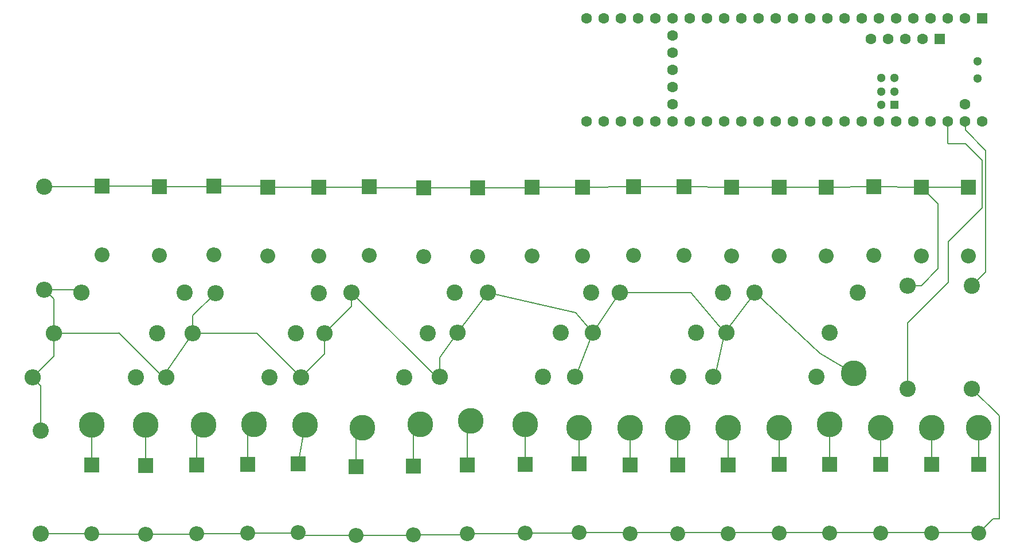
<source format=gbr>
%TF.GenerationSoftware,KiCad,Pcbnew,8.0.1*%
%TF.CreationDate,2024-04-01T15:58:40-04:00*%
%TF.ProjectId,emandoharp,656d616e-646f-4686-9172-702e6b696361,rev?*%
%TF.SameCoordinates,Original*%
%TF.FileFunction,Copper,L1,Top*%
%TF.FilePolarity,Positive*%
%FSLAX46Y46*%
G04 Gerber Fmt 4.6, Leading zero omitted, Abs format (unit mm)*
G04 Created by KiCad (PCBNEW 8.0.1) date 2024-04-01 15:58:40*
%MOMM*%
%LPD*%
G01*
G04 APERTURE LIST*
%TA.AperFunction,Conductor*%
%ADD10C,0.200000*%
%TD*%
%TA.AperFunction,ComponentPad*%
%ADD11C,2.400000*%
%TD*%
%TA.AperFunction,ComponentPad*%
%ADD12O,2.400000X2.400000*%
%TD*%
%TA.AperFunction,ComponentPad*%
%ADD13R,1.600000X1.600000*%
%TD*%
%TA.AperFunction,ComponentPad*%
%ADD14C,1.600000*%
%TD*%
%TA.AperFunction,ComponentPad*%
%ADD15R,1.300000X1.300000*%
%TD*%
%TA.AperFunction,ComponentPad*%
%ADD16C,1.300000*%
%TD*%
%TA.AperFunction,ComponentPad*%
%ADD17C,3.800000*%
%TD*%
%TA.AperFunction,ComponentPad*%
%ADD18R,2.200000X2.200000*%
%TD*%
%TA.AperFunction,ComponentPad*%
%ADD19O,2.200000X2.200000*%
%TD*%
G04 APERTURE END LIST*
D10*
%TO.N,Net-(PC1-Pad1)*%
X71500000Y-129500000D02*
X76000000Y-123000000D01*
X71500000Y-129500000D02*
X65000000Y-123000000D01*
X168500000Y-126000000D02*
X173500000Y-129000000D01*
X159000000Y-117000000D02*
X168500000Y-126000000D01*
X154500000Y-123000000D02*
X153000000Y-129500000D01*
X149500000Y-117000000D02*
X139000000Y-117000000D01*
X154500000Y-123000000D02*
X149500000Y-117000000D01*
X159000000Y-117000000D02*
X154500000Y-123000000D01*
X139000000Y-117000000D02*
X135000000Y-123000000D01*
X132500000Y-129500000D02*
X135000000Y-123000000D01*
X135000000Y-123000000D02*
X132500000Y-129500000D01*
X132500000Y-120000000D02*
X135000000Y-123000000D01*
X119500000Y-117000000D02*
X132500000Y-120000000D01*
X115000000Y-123000000D02*
X119500000Y-117000000D01*
X112500000Y-126500000D02*
X115000000Y-123000000D01*
%TO.N,Net-(D10-A)*%
X185000000Y-152500000D02*
X192000000Y-152500000D01*
X177000000Y-152500000D02*
X185000000Y-152500000D01*
X169500000Y-152500000D02*
X177000000Y-152500000D01*
X162500000Y-152500000D02*
X169500000Y-152500000D01*
X154500000Y-152500000D02*
X162500000Y-152500000D01*
X148000000Y-152500000D02*
X154500000Y-152500000D01*
X140000000Y-152500000D02*
X148000000Y-152500000D01*
%TO.N,Net-(D35-A)*%
X192000000Y-142420000D02*
X192000000Y-137000000D01*
%TO.N,Net-(D33-A)*%
X185000000Y-142420000D02*
X185000000Y-137000000D01*
%TO.N,Net-(D31-A)*%
X177500000Y-142420000D02*
X177500000Y-137000000D01*
%TO.N,Net-(D29-A)*%
X170000000Y-142420000D02*
X170000000Y-136500000D01*
%TO.N,Net-(D27-A)*%
X162500000Y-142420000D02*
X162500000Y-137000000D01*
%TO.N,Net-(D25-A)*%
X155000000Y-142500000D02*
X155000000Y-137000000D01*
%TO.N,Net-(D23-A)*%
X147500000Y-142500000D02*
X147500000Y-137000000D01*
%TO.N,Net-(D21-A)*%
X140500000Y-142500000D02*
X140500000Y-137000000D01*
%TO.N,Net-(D1-K)*%
X183500000Y-101420000D02*
X190500000Y-101420000D01*
X176500000Y-101340000D02*
X183500000Y-101420000D01*
X169500000Y-101420000D02*
X176500000Y-101340000D01*
X162500000Y-101420000D02*
X169500000Y-101420000D01*
X155500000Y-101420000D02*
X162500000Y-101420000D01*
X148500000Y-101340000D02*
X155500000Y-101420000D01*
X141000000Y-101340000D02*
X148500000Y-101340000D01*
X133500000Y-101420000D02*
X141000000Y-101340000D01*
%TO.N,Net-(D10-K)*%
X91500000Y-142340000D02*
X92500000Y-136580000D01*
%TD*%
D11*
%TO.P,R9,1*%
%TO.N,Net-(D10-K)*%
X91120000Y-123080000D03*
D12*
%TO.P,R9,2*%
%TO.N,Net-(PC1-Pad1)*%
X75880000Y-123080000D03*
%TD*%
D13*
%TO.P,U1,1,GND*%
%TO.N,unconnected-(U1-GND-Pad1)*%
X192520000Y-76500000D03*
D14*
%TO.P,U1,2,0_RX1_CRX2_CS1*%
%TO.N,unconnected-(U1-0_RX1_CRX2_CS1-Pad2)*%
X189980000Y-76500000D03*
%TO.P,U1,3,1_TX1_CTX2_MISO1*%
%TO.N,unconnected-(U1-1_TX1_CTX2_MISO1-Pad3)*%
X187440000Y-76500000D03*
%TO.P,U1,4,2_OUT2*%
%TO.N,unconnected-(U1-2_OUT2-Pad4)*%
X184900000Y-76500000D03*
%TO.P,U1,5,3_LRCLK2*%
%TO.N,unconnected-(U1-3_LRCLK2-Pad5)*%
X182360000Y-76500000D03*
%TO.P,U1,6,4_BCLK2*%
%TO.N,unconnected-(U1-4_BCLK2-Pad6)*%
X179820000Y-76500000D03*
%TO.P,U1,7,5_IN2*%
%TO.N,unconnected-(U1-5_IN2-Pad7)*%
X177280000Y-76500000D03*
%TO.P,U1,8,6_OUT1D*%
%TO.N,unconnected-(U1-6_OUT1D-Pad8)*%
X174740000Y-76500000D03*
%TO.P,U1,9,7_RX2_OUT1A*%
%TO.N,unconnected-(U1-7_RX2_OUT1A-Pad9)*%
X172200000Y-76500000D03*
%TO.P,U1,10,8_TX2_IN1*%
%TO.N,unconnected-(U1-8_TX2_IN1-Pad10)*%
X169660000Y-76500000D03*
%TO.P,U1,11,9_OUT1C*%
%TO.N,unconnected-(U1-9_OUT1C-Pad11)*%
X167120000Y-76500000D03*
%TO.P,U1,12,10_CS_MQSR*%
%TO.N,unconnected-(U1-10_CS_MQSR-Pad12)*%
X164580000Y-76500000D03*
%TO.P,U1,13,11_MOSI_CTX1*%
%TO.N,unconnected-(U1-11_MOSI_CTX1-Pad13)*%
X162040000Y-76500000D03*
%TO.P,U1,14,12_MISO_MQSL*%
%TO.N,unconnected-(U1-12_MISO_MQSL-Pad14)*%
X159500000Y-76500000D03*
%TO.P,U1,15,3V3*%
%TO.N,unconnected-(U1-3V3-Pad15)*%
X156960000Y-76500000D03*
%TO.P,U1,16,24_A10_TX6_SCL2*%
%TO.N,Net-(D1-A)*%
X154420000Y-76500000D03*
%TO.P,U1,17,25_A11_RX6_SDA2*%
%TO.N,Net-(D3-A)*%
X151880000Y-76500000D03*
%TO.P,U1,18,26_A12_MOSI1*%
%TO.N,Net-(D5-A)*%
X149340000Y-76500000D03*
%TO.P,U1,19,27_A13_SCK1*%
%TO.N,Net-(D7-A)*%
X146800000Y-76500000D03*
%TO.P,U1,20,28_RX7*%
%TO.N,unconnected-(U1-28_RX7-Pad20)*%
X144260000Y-76500000D03*
%TO.P,U1,21,29_TX7*%
%TO.N,unconnected-(U1-29_TX7-Pad21)*%
X141720000Y-76500000D03*
%TO.P,U1,22,30_CRX3*%
%TO.N,unconnected-(U1-30_CRX3-Pad22)*%
X139180000Y-76500000D03*
%TO.P,U1,23,31_CTX3*%
%TO.N,unconnected-(U1-31_CTX3-Pad23)*%
X136640000Y-76500000D03*
%TO.P,U1,24,32_OUT1B*%
%TO.N,unconnected-(U1-32_OUT1B-Pad24)*%
X134100000Y-76500000D03*
%TO.P,U1,25,33_MCLK2*%
%TO.N,unconnected-(U1-33_MCLK2-Pad25)*%
X134100000Y-91740000D03*
%TO.P,U1,26,34_RX8*%
%TO.N,unconnected-(U1-34_RX8-Pad26)*%
X136640000Y-91740000D03*
%TO.P,U1,27,35_TX8*%
%TO.N,unconnected-(U1-35_TX8-Pad27)*%
X139180000Y-91740000D03*
%TO.P,U1,28,36_CS*%
%TO.N,unconnected-(U1-36_CS-Pad28)*%
X141720000Y-91740000D03*
%TO.P,U1,29,37_CS*%
%TO.N,unconnected-(U1-37_CS-Pad29)*%
X144260000Y-91740000D03*
%TO.P,U1,30,38_CS1_IN1*%
%TO.N,Net-(D10-K)*%
X146800000Y-91740000D03*
%TO.P,U1,31,39_MISO1_OUT1A*%
%TO.N,Net-(D11-A)*%
X149340000Y-91740000D03*
%TO.P,U1,32,40_A16*%
%TO.N,Net-(D13-A)*%
X151880000Y-91740000D03*
%TO.P,U1,33,41_A17*%
%TO.N,Net-(D15-A)*%
X154420000Y-91740000D03*
%TO.P,U1,34,GND*%
%TO.N,unconnected-(U1-GND-Pad34)*%
X156960000Y-91740000D03*
%TO.P,U1,35,13_SCK_LED*%
%TO.N,unconnected-(U1-13_SCK_LED-Pad35)*%
X159500000Y-91740000D03*
%TO.P,U1,36,14_A0_TX3_SPDIF_OUT*%
%TO.N,Net-(D17-A)*%
X162040000Y-91740000D03*
%TO.P,U1,37,15_A1_RX3_SPDIF_IN*%
%TO.N,Net-(D19-A)*%
X164580000Y-91740000D03*
%TO.P,U1,38,16_A2_RX4_SCL1*%
%TO.N,Net-(D21-A)*%
X167120000Y-91740000D03*
%TO.P,U1,39,17_A3_TX4_SDA1*%
%TO.N,Net-(D23-A)*%
X169660000Y-91740000D03*
%TO.P,U1,40,18_A4_SDA*%
%TO.N,Net-(D25-A)*%
X172200000Y-91740000D03*
%TO.P,U1,41,19_A5_SCL*%
%TO.N,Net-(D27-A)*%
X174740000Y-91740000D03*
%TO.P,U1,42,20_A6_TX5_LRCLK1*%
%TO.N,Net-(D29-A)*%
X177280000Y-91740000D03*
%TO.P,U1,43,21_A7_RX5_BCLK1*%
%TO.N,Net-(D31-A)*%
X179820000Y-91740000D03*
%TO.P,U1,44,22_A8_CTX1*%
%TO.N,Net-(D33-A)*%
X182360000Y-91740000D03*
%TO.P,U1,45,23_A9_CRX1_MCLK1*%
%TO.N,Net-(D35-A)*%
X184900000Y-91740000D03*
%TO.P,U1,46,3V3*%
%TO.N,Net-(R2-Pad1)*%
X187440000Y-91740000D03*
%TO.P,U1,47,GND*%
%TO.N,Net-(R1-Pad1)*%
X189980000Y-91740000D03*
%TO.P,U1,48,VIN*%
%TO.N,unconnected-(U1-VIN-Pad48)*%
X192520000Y-91740000D03*
%TO.P,U1,49,VUSB*%
%TO.N,unconnected-(U1-VUSB-Pad49)*%
X189980000Y-89200000D03*
%TO.P,U1,50,VBAT*%
%TO.N,unconnected-(U1-VBAT-Pad50)*%
X146800000Y-79040000D03*
%TO.P,U1,51,3V3*%
%TO.N,unconnected-(U1-3V3-Pad51)*%
X146800000Y-81580000D03*
%TO.P,U1,52,GND*%
%TO.N,unconnected-(U1-GND-Pad52)*%
X146800000Y-84120000D03*
%TO.P,U1,53,PROGRAM*%
%TO.N,unconnected-(U1-PROGRAM-Pad53)*%
X146800000Y-86660000D03*
%TO.P,U1,54,ON_OFF*%
%TO.N,unconnected-(U1-ON_OFF-Pad54)*%
X146800000Y-89200000D03*
D13*
%TO.P,U1,55,5V*%
%TO.N,unconnected-(U1-5V-Pad55)*%
X186220800Y-79550800D03*
D14*
%TO.P,U1,56,D-*%
%TO.N,unconnected-(U1-D--Pad56)*%
X183680800Y-79550800D03*
%TO.P,U1,57,D+*%
%TO.N,unconnected-(U1-D+-Pad57)*%
X181140800Y-79550800D03*
%TO.P,U1,58,GND*%
%TO.N,unconnected-(U1-GND-Pad58)*%
X178600800Y-79550800D03*
%TO.P,U1,59,GND*%
%TO.N,unconnected-(U1-GND-Pad59)*%
X176060800Y-79550800D03*
D15*
%TO.P,U1,60,R+*%
%TO.N,unconnected-(U1-R+-Pad60)*%
X179550000Y-89301600D03*
D16*
%TO.P,U1,61,LED*%
%TO.N,unconnected-(U1-LED-Pad61)*%
X179550000Y-87301600D03*
%TO.P,U1,62,T-*%
%TO.N,unconnected-(U1-T--Pad62)*%
X179550000Y-85301600D03*
%TO.P,U1,63,T+*%
%TO.N,unconnected-(U1-T+-Pad63)*%
X177550000Y-85301600D03*
%TO.P,U1,64,GND*%
%TO.N,unconnected-(U1-GND-Pad64)*%
X177550000Y-87301600D03*
%TO.P,U1,65,R-*%
%TO.N,unconnected-(U1-R--Pad65)*%
X177550000Y-89301600D03*
%TO.P,U1,66,D-*%
%TO.N,unconnected-(U1-D--Pad66)*%
X191790000Y-85390000D03*
%TO.P,U1,67,D+*%
%TO.N,unconnected-(U1-D+-Pad67)*%
X191790000Y-82850000D03*
%TD*%
D11*
%TO.P,R22,1*%
%TO.N,Net-(D35-A)*%
X174120000Y-117000000D03*
D12*
%TO.P,R22,2*%
%TO.N,Net-(PC1-Pad1)*%
X158880000Y-117000000D03*
%TD*%
D11*
%TO.P,R21,1*%
%TO.N,Net-(D33-A)*%
X170000000Y-123000000D03*
D12*
%TO.P,R21,2*%
%TO.N,Net-(PC1-Pad1)*%
X154760000Y-123000000D03*
%TD*%
D11*
%TO.P,R20,1*%
%TO.N,Net-(D31-A)*%
X168000000Y-129500000D03*
D12*
%TO.P,R20,2*%
%TO.N,Net-(PC1-Pad1)*%
X152760000Y-129500000D03*
%TD*%
D11*
%TO.P,R19,1*%
%TO.N,Net-(D29-A)*%
X154240000Y-117000000D03*
D12*
%TO.P,R19,2*%
%TO.N,Net-(PC1-Pad1)*%
X139000000Y-117000000D03*
%TD*%
D11*
%TO.P,R18,1*%
%TO.N,Net-(D27-A)*%
X150240000Y-123000000D03*
D12*
%TO.P,R18,2*%
%TO.N,Net-(PC1-Pad1)*%
X135000000Y-123000000D03*
%TD*%
D11*
%TO.P,R17,1*%
%TO.N,Net-(D25-A)*%
X147620000Y-129500000D03*
D12*
%TO.P,R17,2*%
%TO.N,Net-(PC1-Pad1)*%
X132380000Y-129500000D03*
%TD*%
D11*
%TO.P,R16,1*%
%TO.N,Net-(D23-A)*%
X134740000Y-117000000D03*
D12*
%TO.P,R16,2*%
%TO.N,Net-(PC1-Pad1)*%
X119500000Y-117000000D03*
%TD*%
D11*
%TO.P,R10,1*%
%TO.N,Net-(D21-A)*%
X130240000Y-123000000D03*
D12*
%TO.P,R10,2*%
%TO.N,Net-(PC1-Pad1)*%
X115000000Y-123000000D03*
%TD*%
D17*
%TO.P,P18,1,1*%
%TO.N,Net-(D35-A)*%
X192000000Y-137000000D03*
%TD*%
%TO.P,P17,1,1*%
%TO.N,Net-(D33-A)*%
X185000000Y-137000000D03*
%TD*%
%TO.P,P16,1,1*%
%TO.N,Net-(D31-A)*%
X177500000Y-137000000D03*
%TD*%
%TO.P,P15,1,1*%
%TO.N,Net-(D29-A)*%
X170000000Y-136500000D03*
%TD*%
%TO.P,P14,1,1*%
%TO.N,Net-(D27-A)*%
X162500000Y-137000000D03*
%TD*%
%TO.P,P13,1,1*%
%TO.N,Net-(D25-A)*%
X155000000Y-137000000D03*
%TD*%
%TO.P,P12,1,1*%
%TO.N,Net-(D23-A)*%
X147500000Y-137000000D03*
%TD*%
%TO.P,P11,1,1*%
%TO.N,Net-(D21-A)*%
X140500000Y-137000000D03*
%TD*%
D18*
%TO.P,D36,1,K*%
%TO.N,Net-(D35-A)*%
X192000000Y-142420000D03*
D19*
%TO.P,D36,2,A*%
%TO.N,Net-(D10-A)*%
X192000000Y-152580000D03*
%TD*%
D18*
%TO.P,D35,1,K*%
%TO.N,Net-(D1-K)*%
X190500000Y-101420000D03*
D19*
%TO.P,D35,2,A*%
%TO.N,Net-(D35-A)*%
X190500000Y-111580000D03*
%TD*%
D18*
%TO.P,D34,1,K*%
%TO.N,Net-(D33-A)*%
X185000000Y-142420000D03*
D19*
%TO.P,D34,2,A*%
%TO.N,Net-(D10-A)*%
X185000000Y-152580000D03*
%TD*%
D18*
%TO.P,D33,1,K*%
%TO.N,Net-(D1-K)*%
X183500000Y-101420000D03*
D19*
%TO.P,D33,2,A*%
%TO.N,Net-(D33-A)*%
X183500000Y-111580000D03*
%TD*%
D18*
%TO.P,D32,1,K*%
%TO.N,Net-(D31-A)*%
X177500000Y-142420000D03*
D19*
%TO.P,D32,2,A*%
%TO.N,Net-(D10-A)*%
X177500000Y-152580000D03*
%TD*%
D18*
%TO.P,D31,1,K*%
%TO.N,Net-(D1-K)*%
X176500000Y-101340000D03*
D19*
%TO.P,D31,2,A*%
%TO.N,Net-(D31-A)*%
X176500000Y-111500000D03*
%TD*%
D18*
%TO.P,D30,1,K*%
%TO.N,Net-(D29-A)*%
X170000000Y-142420000D03*
D19*
%TO.P,D30,2,A*%
%TO.N,Net-(D10-A)*%
X170000000Y-152580000D03*
%TD*%
D18*
%TO.P,D29,1,K*%
%TO.N,Net-(D1-K)*%
X169500000Y-101420000D03*
D19*
%TO.P,D29,2,A*%
%TO.N,Net-(D29-A)*%
X169500000Y-111580000D03*
%TD*%
D18*
%TO.P,D28,1,K*%
%TO.N,Net-(D27-A)*%
X162500000Y-142420000D03*
D19*
%TO.P,D28,2,A*%
%TO.N,Net-(D10-A)*%
X162500000Y-152580000D03*
%TD*%
D18*
%TO.P,D27,1,K*%
%TO.N,Net-(D1-K)*%
X162500000Y-101420000D03*
D19*
%TO.P,D27,2,A*%
%TO.N,Net-(D27-A)*%
X162500000Y-111580000D03*
%TD*%
D18*
%TO.P,D26,1,K*%
%TO.N,Net-(D25-A)*%
X155000000Y-142500000D03*
D19*
%TO.P,D26,2,A*%
%TO.N,Net-(D10-A)*%
X155000000Y-152660000D03*
%TD*%
D18*
%TO.P,D25,1,K*%
%TO.N,Net-(D1-K)*%
X155500000Y-101420000D03*
D19*
%TO.P,D25,2,A*%
%TO.N,Net-(D25-A)*%
X155500000Y-111580000D03*
%TD*%
D18*
%TO.P,D24,1,K*%
%TO.N,Net-(D23-A)*%
X147500000Y-142500000D03*
D19*
%TO.P,D24,2,A*%
%TO.N,Net-(D10-A)*%
X147500000Y-152660000D03*
%TD*%
D18*
%TO.P,D23,1,K*%
%TO.N,Net-(D1-K)*%
X148500000Y-101340000D03*
D19*
%TO.P,D23,2,A*%
%TO.N,Net-(D23-A)*%
X148500000Y-111500000D03*
%TD*%
D18*
%TO.P,D22,1,K*%
%TO.N,Net-(D21-A)*%
X140500000Y-142500000D03*
D19*
%TO.P,D22,2,A*%
%TO.N,Net-(D10-A)*%
X140500000Y-152660000D03*
%TD*%
D18*
%TO.P,D21,1,K*%
%TO.N,Net-(D1-K)*%
X141000000Y-101340000D03*
D19*
%TO.P,D21,2,A*%
%TO.N,Net-(D21-A)*%
X141000000Y-111500000D03*
%TD*%
D11*
%TO.P,R13,1*%
%TO.N,Net-(D15-A)*%
X110620000Y-123080000D03*
D12*
%TO.P,R13,2*%
%TO.N,Net-(PC1-Pad1)*%
X95380000Y-123080000D03*
%TD*%
D17*
%TO.P,P3,1,1*%
%TO.N,Net-(D5-A)*%
X77500000Y-136580000D03*
%TD*%
D11*
%TO.P,R2,1*%
%TO.N,Net-(R2-Pad1)*%
X181500000Y-131240000D03*
D12*
%TO.P,R2,2*%
%TO.N,Net-(D1-K)*%
X181500000Y-116000000D03*
%TD*%
D18*
%TO.P,D7,1,K*%
%TO.N,Net-(D1-K)*%
X87000000Y-101420000D03*
D19*
%TO.P,D7,2,A*%
%TO.N,Net-(D7-A)*%
X87000000Y-111580000D03*
%TD*%
D18*
%TO.P,D20,1,K*%
%TO.N,Net-(D19-A)*%
X133000000Y-142360000D03*
D19*
%TO.P,D20,2,A*%
%TO.N,Net-(D10-A)*%
X133000000Y-152520000D03*
%TD*%
D18*
%TO.P,D15,1,K*%
%TO.N,Net-(D1-K)*%
X118000000Y-101500000D03*
D19*
%TO.P,D15,2,A*%
%TO.N,Net-(D15-A)*%
X118000000Y-111660000D03*
%TD*%
D18*
%TO.P,D2,1,K*%
%TO.N,Net-(D1-A)*%
X61000000Y-142500000D03*
D19*
%TO.P,D2,2,A*%
%TO.N,Net-(D10-A)*%
X61000000Y-152660000D03*
%TD*%
D11*
%TO.P,R6,1*%
%TO.N,Net-(D3-A)*%
X70620000Y-123080000D03*
D12*
%TO.P,R6,2*%
%TO.N,Net-(PC1-Pad1)*%
X55380000Y-123080000D03*
%TD*%
D17*
%TO.P,P6,1,1*%
%TO.N,Net-(D11-A)*%
X101000000Y-137000000D03*
%TD*%
D11*
%TO.P,R14,1*%
%TO.N,Net-(D17-A)*%
X114620000Y-117000000D03*
D12*
%TO.P,R14,2*%
%TO.N,Net-(PC1-Pad1)*%
X99380000Y-117000000D03*
%TD*%
D18*
%TO.P,D11,1,K*%
%TO.N,Net-(D1-K)*%
X102000000Y-101340000D03*
D19*
%TO.P,D11,2,A*%
%TO.N,Net-(D11-A)*%
X102000000Y-111500000D03*
%TD*%
D18*
%TO.P,D8,1,K*%
%TO.N,Net-(D7-A)*%
X84000000Y-142420000D03*
D19*
%TO.P,D8,2,A*%
%TO.N,Net-(D10-A)*%
X84000000Y-152580000D03*
%TD*%
D18*
%TO.P,D12,1,K*%
%TO.N,Net-(D11-A)*%
X100000000Y-142760000D03*
D19*
%TO.P,D12,2,A*%
%TO.N,Net-(D10-A)*%
X100000000Y-152920000D03*
%TD*%
D18*
%TO.P,D9,1,K*%
%TO.N,Net-(D1-K)*%
X94500000Y-101420000D03*
D19*
%TO.P,D9,2,A*%
%TO.N,Net-(D10-K)*%
X94500000Y-111580000D03*
%TD*%
D18*
%TO.P,D10,1,K*%
%TO.N,Net-(D10-K)*%
X91500000Y-142340000D03*
D19*
%TO.P,D10,2,A*%
%TO.N,Net-(D10-A)*%
X91500000Y-152500000D03*
%TD*%
D18*
%TO.P,D19,1,K*%
%TO.N,Net-(D1-K)*%
X133500000Y-101420000D03*
D19*
%TO.P,D19,2,A*%
%TO.N,Net-(D19-A)*%
X133500000Y-111580000D03*
%TD*%
D11*
%TO.P,R11,1*%
%TO.N,Net-(D11-A)*%
X94500000Y-117080000D03*
D12*
%TO.P,R11,2*%
%TO.N,Net-(PC1-Pad1)*%
X79260000Y-117080000D03*
%TD*%
D18*
%TO.P,D14,1,K*%
%TO.N,Net-(D13-A)*%
X108500000Y-142680000D03*
D19*
%TO.P,D14,2,A*%
%TO.N,Net-(D10-A)*%
X108500000Y-152840000D03*
%TD*%
D18*
%TO.P,D16,1,K*%
%TO.N,Net-(D15-A)*%
X116500000Y-142500000D03*
D19*
%TO.P,D16,2,A*%
%TO.N,Net-(D10-A)*%
X116500000Y-152660000D03*
%TD*%
D11*
%TO.P,R3,1*%
%TO.N,Net-(D1-K)*%
X54000000Y-101340000D03*
D12*
%TO.P,R3,2*%
%TO.N,Net-(PC1-Pad1)*%
X54000000Y-116580000D03*
%TD*%
D17*
%TO.P,P9,1,1*%
%TO.N,Net-(D17-A)*%
X125000000Y-136500000D03*
%TD*%
D11*
%TO.P,R7,1*%
%TO.N,Net-(D5-A)*%
X74740000Y-117000000D03*
D12*
%TO.P,R7,2*%
%TO.N,Net-(PC1-Pad1)*%
X59500000Y-117000000D03*
%TD*%
D17*
%TO.P,P7,1,1*%
%TO.N,Net-(D13-A)*%
X109500000Y-136500000D03*
%TD*%
D11*
%TO.P,R8,1*%
%TO.N,Net-(D7-A)*%
X87240000Y-129580000D03*
D12*
%TO.P,R8,2*%
%TO.N,Net-(PC1-Pad1)*%
X72000000Y-129580000D03*
%TD*%
D11*
%TO.P,R15,1*%
%TO.N,Net-(D19-A)*%
X127620000Y-129500000D03*
D12*
%TO.P,R15,2*%
%TO.N,Net-(PC1-Pad1)*%
X112380000Y-129500000D03*
%TD*%
D11*
%TO.P,R4,1*%
%TO.N,Net-(PC1-Pad1)*%
X53500000Y-137460000D03*
D12*
%TO.P,R4,2*%
%TO.N,Net-(D10-A)*%
X53500000Y-152700000D03*
%TD*%
D18*
%TO.P,D4,1,K*%
%TO.N,Net-(D3-A)*%
X69000000Y-142580000D03*
D19*
%TO.P,D4,2,A*%
%TO.N,Net-(D10-A)*%
X69000000Y-152740000D03*
%TD*%
D17*
%TO.P,P2,1,1*%
%TO.N,Net-(D3-A)*%
X69000000Y-136580000D03*
%TD*%
%TO.P,P8,1,1*%
%TO.N,Net-(D15-A)*%
X117000000Y-136000000D03*
%TD*%
%TO.P,P5,1,1*%
%TO.N,Net-(D10-K)*%
X92500000Y-136580000D03*
%TD*%
%TO.P,P10,1,1*%
%TO.N,Net-(D19-A)*%
X133000000Y-137000000D03*
%TD*%
D18*
%TO.P,D17,1,K*%
%TO.N,Net-(D1-K)*%
X126000000Y-101420000D03*
D19*
%TO.P,D17,2,A*%
%TO.N,Net-(D17-A)*%
X126000000Y-111580000D03*
%TD*%
D17*
%TO.P,P1,1,1*%
%TO.N,Net-(D1-A)*%
X61000000Y-136580000D03*
%TD*%
D11*
%TO.P,R1,1*%
%TO.N,Net-(R1-Pad1)*%
X191000000Y-116000000D03*
D12*
%TO.P,R1,2*%
%TO.N,Net-(D10-A)*%
X191000000Y-131240000D03*
%TD*%
D18*
%TO.P,D5,1,K*%
%TO.N,Net-(D1-K)*%
X79000000Y-101300000D03*
D19*
%TO.P,D5,2,A*%
%TO.N,Net-(D5-A)*%
X79000000Y-111460000D03*
%TD*%
D11*
%TO.P,R5,1*%
%TO.N,Net-(D1-A)*%
X67500000Y-129580000D03*
D12*
%TO.P,R5,2*%
%TO.N,Net-(PC1-Pad1)*%
X52260000Y-129580000D03*
%TD*%
D18*
%TO.P,D3,1,K*%
%TO.N,Net-(D1-K)*%
X71000000Y-101380000D03*
D19*
%TO.P,D3,2,A*%
%TO.N,Net-(D3-A)*%
X71000000Y-111540000D03*
%TD*%
D18*
%TO.P,D13,1,K*%
%TO.N,Net-(D1-K)*%
X110000000Y-101500000D03*
D19*
%TO.P,D13,2,A*%
%TO.N,Net-(D13-A)*%
X110000000Y-111660000D03*
%TD*%
D18*
%TO.P,D6,1,K*%
%TO.N,Net-(D5-A)*%
X76500000Y-142500000D03*
D19*
%TO.P,D6,2,A*%
%TO.N,Net-(D10-A)*%
X76500000Y-152660000D03*
%TD*%
D18*
%TO.P,D1,1,K*%
%TO.N,Net-(D1-K)*%
X62500000Y-101300000D03*
D19*
%TO.P,D1,2,A*%
%TO.N,Net-(D1-A)*%
X62500000Y-111460000D03*
%TD*%
D18*
%TO.P,D18,1,K*%
%TO.N,Net-(D17-A)*%
X125000000Y-142440000D03*
D19*
%TO.P,D18,2,A*%
%TO.N,Net-(D10-A)*%
X125000000Y-152600000D03*
%TD*%
D17*
%TO.P,P4,1,1*%
%TO.N,Net-(D7-A)*%
X85000000Y-136500000D03*
%TD*%
D11*
%TO.P,R12,1*%
%TO.N,Net-(D13-A)*%
X107120000Y-129580000D03*
D12*
%TO.P,R12,2*%
%TO.N,Net-(PC1-Pad1)*%
X91880000Y-129580000D03*
%TD*%
D17*
%TO.P,PC1,1,1*%
%TO.N,Net-(PC1-Pad1)*%
X173500000Y-129000000D03*
%TD*%
D10*
%TO.N,Net-(R1-Pad1)*%
X191000000Y-116000000D02*
X193000000Y-114000000D01*
X193000000Y-114000000D02*
X193000000Y-96000000D01*
X193000000Y-96000000D02*
X190000000Y-93000000D01*
X190000000Y-93000000D02*
X190000000Y-92500000D01*
X190000000Y-92500000D02*
X189980000Y-92480000D01*
X189980000Y-92480000D02*
X189980000Y-91740000D01*
%TO.N,Net-(R2-Pad1)*%
X181500000Y-131240000D02*
X181500000Y-121500000D01*
X187500000Y-115500000D02*
X187500000Y-109500000D01*
X187500000Y-109500000D02*
X192500000Y-104500000D01*
X181500000Y-121500000D02*
X187500000Y-115500000D01*
X192500000Y-104500000D02*
X192500000Y-97500000D01*
X192500000Y-97500000D02*
X190000000Y-95000000D01*
X190000000Y-95000000D02*
X187500000Y-95000000D01*
X187500000Y-95000000D02*
X187440000Y-94940000D01*
X187440000Y-94940000D02*
X187440000Y-91740000D01*
%TO.N,Net-(D1-K)*%
X183500000Y-116000000D02*
X186000000Y-113500000D01*
X181500000Y-116000000D02*
X183500000Y-116000000D01*
X186000000Y-103920000D02*
X183500000Y-101420000D01*
X186000000Y-113500000D02*
X186000000Y-103920000D01*
%TO.N,Net-(D10-A)*%
X195000000Y-135240000D02*
X195000000Y-150500000D01*
X191000000Y-131240000D02*
X195000000Y-135240000D01*
X195000000Y-150500000D02*
X194080000Y-150500000D01*
X194080000Y-150500000D02*
X192000000Y-152580000D01*
%TO.N,Net-(D1-A)*%
X61000000Y-142500000D02*
X61000000Y-136580000D01*
%TO.N,Net-(D10-A)*%
X60960000Y-152700000D02*
X61000000Y-152660000D01*
X83920000Y-152660000D02*
X84000000Y-152580000D01*
X100000000Y-152920000D02*
X108420000Y-152920000D01*
X91500000Y-152500000D02*
X92000000Y-152500000D01*
X61840000Y-152660000D02*
X61920000Y-152740000D01*
X116500000Y-152660000D02*
X124940000Y-152660000D01*
X92420000Y-152920000D02*
X100000000Y-152920000D01*
X53500000Y-152700000D02*
X60960000Y-152700000D01*
X69000000Y-152740000D02*
X76420000Y-152740000D01*
X108420000Y-152920000D02*
X108500000Y-152840000D01*
X84000000Y-152580000D02*
X91420000Y-152580000D01*
X133000000Y-152520000D02*
X141320000Y-152520000D01*
X92000000Y-152500000D02*
X92420000Y-152920000D01*
X132920000Y-152600000D02*
X133000000Y-152520000D01*
X76500000Y-152660000D02*
X83920000Y-152660000D01*
X91420000Y-152580000D02*
X91500000Y-152500000D01*
X61000000Y-152660000D02*
X61840000Y-152660000D01*
X108500000Y-152840000D02*
X116320000Y-152840000D01*
X61920000Y-152740000D02*
X69000000Y-152740000D01*
X76420000Y-152740000D02*
X76500000Y-152660000D01*
X124940000Y-152660000D02*
X125000000Y-152600000D01*
X116320000Y-152840000D02*
X116500000Y-152660000D01*
X125000000Y-152600000D02*
X132920000Y-152600000D01*
X141320000Y-152520000D02*
X141500000Y-152700000D01*
%TO.N,Net-(D1-K)*%
X118000000Y-101500000D02*
X125920000Y-101500000D01*
X87000000Y-101420000D02*
X94500000Y-101420000D01*
X94500000Y-101420000D02*
X101920000Y-101420000D01*
X110000000Y-101500000D02*
X118000000Y-101500000D01*
X54000000Y-101340000D02*
X62460000Y-101340000D01*
X62500000Y-101300000D02*
X70920000Y-101300000D01*
X71000000Y-101380000D02*
X78920000Y-101380000D01*
X101920000Y-101420000D02*
X102000000Y-101340000D01*
X78920000Y-101380000D02*
X79000000Y-101300000D01*
X102840000Y-101340000D02*
X103000000Y-101500000D01*
X103000000Y-101500000D02*
X110000000Y-101500000D01*
X62460000Y-101340000D02*
X62500000Y-101300000D01*
X125920000Y-101500000D02*
X126000000Y-101420000D01*
X70920000Y-101300000D02*
X71000000Y-101380000D01*
X126000000Y-101420000D02*
X133500000Y-101420000D01*
X102000000Y-101340000D02*
X102840000Y-101340000D01*
X79000000Y-101300000D02*
X86880000Y-101300000D01*
X86880000Y-101300000D02*
X87000000Y-101420000D01*
%TO.N,Net-(D3-A)*%
X69000000Y-142580000D02*
X69000000Y-136580000D01*
%TO.N,Net-(D5-A)*%
X76500000Y-137580000D02*
X77500000Y-136580000D01*
X76500000Y-142500000D02*
X76500000Y-137580000D01*
%TO.N,Net-(D7-A)*%
X84000000Y-142420000D02*
X84000000Y-137500000D01*
X84000000Y-137500000D02*
X85000000Y-136500000D01*
%TO.N,Net-(D11-A)*%
X100000000Y-138000000D02*
X101000000Y-137000000D01*
X100000000Y-142760000D02*
X100000000Y-138000000D01*
%TO.N,Net-(D13-A)*%
X108500000Y-142680000D02*
X108500000Y-137500000D01*
X108500000Y-137500000D02*
X109500000Y-136500000D01*
%TO.N,Net-(D15-A)*%
X116500000Y-142500000D02*
X116500000Y-136500000D01*
X116500000Y-136500000D02*
X117000000Y-136000000D01*
%TO.N,Net-(D17-A)*%
X125000000Y-142440000D02*
X125000000Y-136500000D01*
%TO.N,Net-(D19-A)*%
X133000000Y-142360000D02*
X133000000Y-137000000D01*
%TO.N,Net-(PC1-Pad1)*%
X75880000Y-120460000D02*
X79260000Y-117080000D01*
X55380000Y-126460000D02*
X55380000Y-123080000D01*
X53500000Y-130820000D02*
X52260000Y-129580000D01*
X75880000Y-123080000D02*
X85380000Y-123080000D01*
X55380000Y-123080000D02*
X64880000Y-123080000D01*
X55380000Y-117960000D02*
X54000000Y-116580000D01*
X112380000Y-129500000D02*
X112380000Y-126620000D01*
X55380000Y-123080000D02*
X55380000Y-117960000D01*
X85380000Y-123080000D02*
X91880000Y-129580000D01*
X54000000Y-116580000D02*
X59080000Y-116580000D01*
X111880000Y-129500000D02*
X112380000Y-129500000D01*
X99380000Y-117000000D02*
X111880000Y-129500000D01*
X95380000Y-126080000D02*
X95380000Y-123080000D01*
X99380000Y-119080000D02*
X99380000Y-117000000D01*
X53500000Y-137460000D02*
X53500000Y-130820000D01*
X95380000Y-123080000D02*
X99380000Y-119080000D01*
X91880000Y-129580000D02*
X95380000Y-126080000D01*
X52260000Y-129580000D02*
X55380000Y-126460000D01*
X75880000Y-123080000D02*
X75880000Y-120460000D01*
X59080000Y-116580000D02*
X59500000Y-117000000D01*
%TD*%
M02*

</source>
